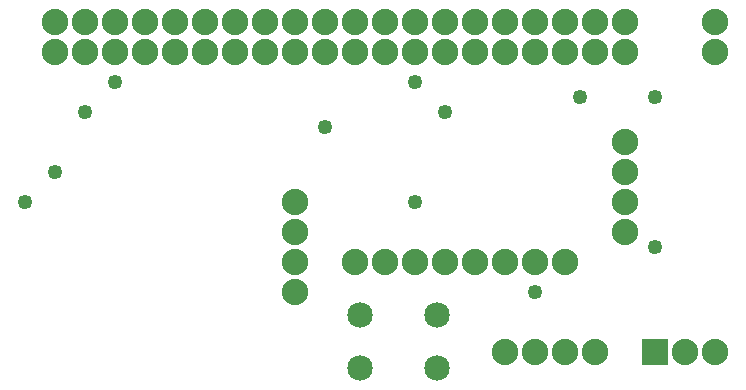
<source format=gts>
G04 MADE WITH FRITZING*
G04 WWW.FRITZING.ORG*
G04 DOUBLE SIDED*
G04 HOLES PLATED*
G04 CONTOUR ON CENTER OF CONTOUR VECTOR*
%ASAXBY*%
%FSLAX23Y23*%
%MOIN*%
%OFA0B0*%
%SFA1.0B1.0*%
%ADD10C,0.049370*%
%ADD11C,0.088000*%
%ADD12C,0.085000*%
%ADD13R,0.088000X0.088000*%
%LNMASK1*%
G90*
G70*
G54D10*
X2198Y950D03*
X2198Y450D03*
X197Y700D03*
X1948Y950D03*
G54D11*
X2398Y1100D03*
X2398Y1200D03*
X1798Y100D03*
X1698Y100D03*
X1998Y100D03*
X1898Y100D03*
X998Y600D03*
X998Y500D03*
X998Y400D03*
X998Y300D03*
X1198Y400D03*
X1298Y400D03*
X1398Y400D03*
X1498Y400D03*
X1598Y400D03*
X1698Y400D03*
X1798Y400D03*
X1898Y400D03*
X2098Y800D03*
X2098Y700D03*
X2098Y600D03*
X2098Y500D03*
X198Y1200D03*
X198Y1100D03*
X1598Y1200D03*
X1598Y1100D03*
X1398Y1200D03*
X1398Y1100D03*
X1698Y1200D03*
X1698Y1100D03*
X1498Y1200D03*
X1498Y1100D03*
X1798Y1200D03*
X1798Y1100D03*
X1298Y1200D03*
X1298Y1100D03*
X1998Y1200D03*
X1998Y1100D03*
X1898Y1200D03*
X1898Y1100D03*
X2098Y1200D03*
X2098Y1100D03*
X598Y1200D03*
X598Y1100D03*
X698Y1200D03*
X698Y1100D03*
X498Y1200D03*
X498Y1100D03*
X298Y1200D03*
X298Y1100D03*
X398Y1200D03*
X398Y1100D03*
X1198Y1200D03*
X1198Y1100D03*
X1098Y1200D03*
X1098Y1100D03*
X998Y1200D03*
X998Y1100D03*
X798Y1200D03*
X798Y1100D03*
X898Y1200D03*
X898Y1100D03*
X2198Y100D03*
X2298Y100D03*
X2398Y100D03*
G54D10*
X298Y900D03*
X1498Y900D03*
X397Y1001D03*
X1398Y1000D03*
X98Y601D03*
X1399Y602D03*
X1098Y850D03*
G54D12*
X1470Y48D03*
X1214Y48D03*
X1470Y225D03*
X1214Y225D03*
G54D10*
X1798Y301D03*
G54D13*
X2198Y100D03*
G04 End of Mask1*
M02*
</source>
